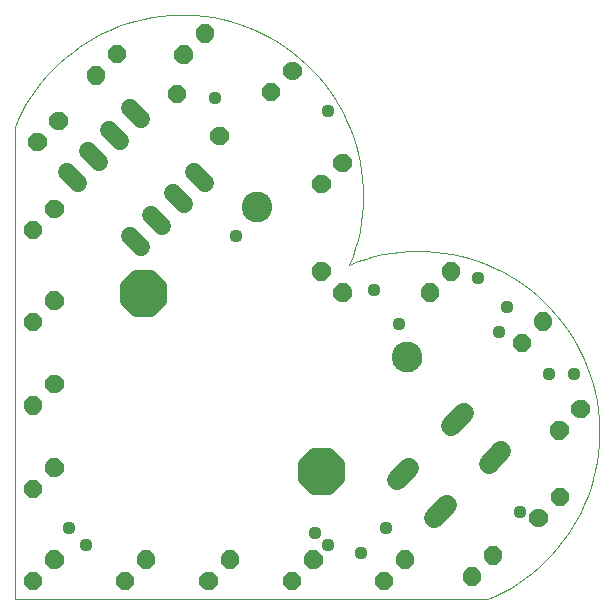
<source format=gts>
G75*
G70*
%OFA0B0*%
%FSLAX24Y24*%
%IPPOS*%
%LPD*%
%AMOC8*
5,1,8,0,0,1.08239X$1,22.5*
%
%ADD10C,0.0000*%
%ADD11C,0.1025*%
%ADD12C,0.0120*%
%ADD13C,0.0600*%
%ADD14C,0.0680*%
%ADD15C,0.0316*%
%ADD16C,0.0437*%
D10*
X009756Y010038D02*
X009756Y025786D01*
X009873Y026053D01*
X010003Y026314D01*
X010146Y026569D01*
X010300Y026816D01*
X010467Y027055D01*
X010645Y027287D01*
X010833Y027509D01*
X011033Y027722D01*
X011242Y027925D01*
X011461Y028117D01*
X011689Y028299D01*
X011925Y028470D01*
X012170Y028629D01*
X012422Y028776D01*
X012680Y028911D01*
X012945Y029033D01*
X013216Y029142D01*
X013491Y029238D01*
X013771Y029320D01*
X014054Y029389D01*
X014340Y029444D01*
X014629Y029485D01*
X014919Y029513D01*
X015211Y029526D01*
X015502Y029525D01*
X015794Y029510D01*
X016084Y029481D01*
X016372Y029438D01*
X016658Y029381D01*
X016941Y029310D01*
X017220Y029226D01*
X017495Y029128D01*
X017765Y029017D01*
X018029Y028893D01*
X018286Y028757D01*
X018537Y028608D01*
X018781Y028448D01*
X019016Y028276D01*
X019243Y028092D01*
X019461Y027898D01*
X019669Y027694D01*
X019866Y027480D01*
X020054Y027256D01*
X020230Y027024D01*
X020395Y026783D01*
X020548Y026535D01*
X020689Y026280D01*
X020817Y026018D01*
X020933Y025750D01*
X021035Y025477D01*
X021125Y025200D01*
X021200Y024918D01*
X021262Y024633D01*
X021310Y024345D01*
X021345Y024056D01*
X021365Y023765D01*
X021371Y023473D01*
X021363Y023182D01*
X021341Y022891D01*
X021305Y022602D01*
X021255Y022314D01*
X021191Y022030D01*
X021113Y021749D01*
X021022Y021472D01*
X020918Y021199D01*
X022368Y018112D02*
X022370Y018155D01*
X022376Y018197D01*
X022386Y018239D01*
X022399Y018280D01*
X022416Y018320D01*
X022437Y018357D01*
X022461Y018393D01*
X022488Y018426D01*
X022518Y018457D01*
X022551Y018485D01*
X022586Y018510D01*
X022623Y018531D01*
X022662Y018549D01*
X022702Y018563D01*
X022744Y018574D01*
X022786Y018581D01*
X022829Y018584D01*
X022872Y018583D01*
X022915Y018578D01*
X022957Y018569D01*
X022998Y018557D01*
X023038Y018541D01*
X023076Y018521D01*
X023112Y018498D01*
X023146Y018471D01*
X023178Y018442D01*
X023206Y018410D01*
X023232Y018375D01*
X023254Y018339D01*
X023273Y018300D01*
X023288Y018260D01*
X023300Y018219D01*
X023308Y018176D01*
X023312Y018133D01*
X023312Y018091D01*
X023308Y018048D01*
X023300Y018005D01*
X023288Y017964D01*
X023273Y017924D01*
X023254Y017885D01*
X023232Y017849D01*
X023206Y017814D01*
X023178Y017782D01*
X023146Y017753D01*
X023112Y017726D01*
X023076Y017703D01*
X023038Y017683D01*
X022998Y017667D01*
X022957Y017655D01*
X022915Y017646D01*
X022872Y017641D01*
X022829Y017640D01*
X022786Y017643D01*
X022744Y017650D01*
X022702Y017661D01*
X022662Y017675D01*
X022623Y017693D01*
X022586Y017714D01*
X022551Y017739D01*
X022518Y017767D01*
X022488Y017798D01*
X022461Y017831D01*
X022437Y017867D01*
X022416Y017904D01*
X022399Y017944D01*
X022386Y017985D01*
X022376Y018027D01*
X022370Y018069D01*
X022368Y018112D01*
X020918Y021200D02*
X021190Y021304D01*
X021467Y021395D01*
X021748Y021473D01*
X022033Y021537D01*
X022320Y021587D01*
X022609Y021623D01*
X022900Y021645D01*
X023191Y021653D01*
X023483Y021647D01*
X023774Y021627D01*
X024063Y021592D01*
X024351Y021544D01*
X024636Y021482D01*
X024918Y021407D01*
X025195Y021317D01*
X025468Y021215D01*
X025736Y021099D01*
X025998Y020971D01*
X026253Y020830D01*
X026501Y020677D01*
X026742Y020512D01*
X026974Y020336D01*
X027198Y020148D01*
X027412Y019951D01*
X027616Y019743D01*
X027810Y019525D01*
X027994Y019298D01*
X028166Y019063D01*
X028326Y018819D01*
X028475Y018568D01*
X028611Y018311D01*
X028735Y018047D01*
X028846Y017777D01*
X028944Y017502D01*
X029028Y017223D01*
X029099Y016940D01*
X029156Y016654D01*
X029199Y016366D01*
X029228Y016076D01*
X029243Y015784D01*
X029244Y015493D01*
X029231Y015201D01*
X029203Y014911D01*
X029162Y014622D01*
X029107Y014336D01*
X029038Y014053D01*
X028956Y013773D01*
X028860Y013498D01*
X028751Y013227D01*
X028629Y012962D01*
X028494Y012704D01*
X028347Y012452D01*
X028188Y012207D01*
X028017Y011971D01*
X027835Y011743D01*
X027643Y011524D01*
X027440Y011315D01*
X027227Y011115D01*
X027005Y010927D01*
X026773Y010749D01*
X026534Y010582D01*
X026287Y010428D01*
X026032Y010285D01*
X025771Y010155D01*
X025504Y010038D01*
X009756Y010038D01*
X017357Y023123D02*
X017359Y023166D01*
X017365Y023208D01*
X017375Y023250D01*
X017388Y023291D01*
X017405Y023331D01*
X017426Y023368D01*
X017450Y023404D01*
X017477Y023437D01*
X017507Y023468D01*
X017540Y023496D01*
X017575Y023521D01*
X017612Y023542D01*
X017651Y023560D01*
X017691Y023574D01*
X017733Y023585D01*
X017775Y023592D01*
X017818Y023595D01*
X017861Y023594D01*
X017904Y023589D01*
X017946Y023580D01*
X017987Y023568D01*
X018027Y023552D01*
X018065Y023532D01*
X018101Y023509D01*
X018135Y023482D01*
X018167Y023453D01*
X018195Y023421D01*
X018221Y023386D01*
X018243Y023350D01*
X018262Y023311D01*
X018277Y023271D01*
X018289Y023230D01*
X018297Y023187D01*
X018301Y023144D01*
X018301Y023102D01*
X018297Y023059D01*
X018289Y023016D01*
X018277Y022975D01*
X018262Y022935D01*
X018243Y022896D01*
X018221Y022860D01*
X018195Y022825D01*
X018167Y022793D01*
X018135Y022764D01*
X018101Y022737D01*
X018065Y022714D01*
X018027Y022694D01*
X017987Y022678D01*
X017946Y022666D01*
X017904Y022657D01*
X017861Y022652D01*
X017818Y022651D01*
X017775Y022654D01*
X017733Y022661D01*
X017691Y022672D01*
X017651Y022686D01*
X017612Y022704D01*
X017575Y022725D01*
X017540Y022750D01*
X017507Y022778D01*
X017477Y022809D01*
X017450Y022842D01*
X017426Y022878D01*
X017405Y022915D01*
X017388Y022955D01*
X017375Y022996D01*
X017365Y023038D01*
X017359Y023080D01*
X017357Y023123D01*
D11*
X017829Y023123D03*
X022840Y018112D03*
D12*
X023421Y020225D02*
X023361Y020165D01*
X023361Y020363D01*
X023501Y020503D01*
X023699Y020503D01*
X023839Y020363D01*
X023839Y020165D01*
X023699Y020025D01*
X023501Y020025D01*
X023361Y020165D01*
X023451Y020202D01*
X023451Y020326D01*
X023538Y020413D01*
X023662Y020413D01*
X023749Y020326D01*
X023749Y020202D01*
X023662Y020115D01*
X023538Y020115D01*
X023451Y020202D01*
X023541Y020239D01*
X023541Y020289D01*
X023575Y020323D01*
X023625Y020323D01*
X023659Y020289D01*
X023659Y020239D01*
X023625Y020205D01*
X023575Y020205D01*
X023541Y020239D01*
X024129Y020932D02*
X024069Y020872D01*
X024069Y021070D01*
X024209Y021210D01*
X024407Y021210D01*
X024547Y021070D01*
X024547Y020872D01*
X024407Y020732D01*
X024209Y020732D01*
X024069Y020872D01*
X024159Y020909D01*
X024159Y021033D01*
X024246Y021120D01*
X024370Y021120D01*
X024457Y021033D01*
X024457Y020909D01*
X024370Y020822D01*
X024246Y020822D01*
X024159Y020909D01*
X024249Y020946D01*
X024249Y020996D01*
X024283Y021030D01*
X024333Y021030D01*
X024367Y020996D01*
X024367Y020946D01*
X024333Y020912D01*
X024283Y020912D01*
X024249Y020946D01*
X026484Y018554D02*
X026424Y018494D01*
X026424Y018692D01*
X026564Y018832D01*
X026762Y018832D01*
X026902Y018692D01*
X026902Y018494D01*
X026762Y018354D01*
X026564Y018354D01*
X026424Y018494D01*
X026514Y018531D01*
X026514Y018655D01*
X026601Y018742D01*
X026725Y018742D01*
X026812Y018655D01*
X026812Y018531D01*
X026725Y018444D01*
X026601Y018444D01*
X026514Y018531D01*
X026604Y018568D01*
X026604Y018618D01*
X026638Y018652D01*
X026688Y018652D01*
X026722Y018618D01*
X026722Y018568D01*
X026688Y018534D01*
X026638Y018534D01*
X026604Y018568D01*
X027191Y019261D02*
X027131Y019201D01*
X027131Y019399D01*
X027271Y019539D01*
X027469Y019539D01*
X027609Y019399D01*
X027609Y019201D01*
X027469Y019061D01*
X027271Y019061D01*
X027131Y019201D01*
X027221Y019238D01*
X027221Y019362D01*
X027308Y019449D01*
X027432Y019449D01*
X027519Y019362D01*
X027519Y019238D01*
X027432Y019151D01*
X027308Y019151D01*
X027221Y019238D01*
X027311Y019275D01*
X027311Y019325D01*
X027345Y019359D01*
X027395Y019359D01*
X027429Y019325D01*
X027429Y019275D01*
X027395Y019241D01*
X027345Y019241D01*
X027311Y019275D01*
X028444Y016338D02*
X028384Y016278D01*
X028384Y016476D01*
X028524Y016616D01*
X028722Y016616D01*
X028862Y016476D01*
X028862Y016278D01*
X028722Y016138D01*
X028524Y016138D01*
X028384Y016278D01*
X028474Y016315D01*
X028474Y016439D01*
X028561Y016526D01*
X028685Y016526D01*
X028772Y016439D01*
X028772Y016315D01*
X028685Y016228D01*
X028561Y016228D01*
X028474Y016315D01*
X028564Y016352D01*
X028564Y016402D01*
X028598Y016436D01*
X028648Y016436D01*
X028682Y016402D01*
X028682Y016352D01*
X028648Y016318D01*
X028598Y016318D01*
X028564Y016352D01*
X027736Y015631D02*
X027676Y015571D01*
X027676Y015769D01*
X027816Y015909D01*
X028014Y015909D01*
X028154Y015769D01*
X028154Y015571D01*
X028014Y015431D01*
X027816Y015431D01*
X027676Y015571D01*
X027766Y015608D01*
X027766Y015732D01*
X027853Y015819D01*
X027977Y015819D01*
X028064Y015732D01*
X028064Y015608D01*
X027977Y015521D01*
X027853Y015521D01*
X027766Y015608D01*
X027856Y015645D01*
X027856Y015695D01*
X027890Y015729D01*
X027940Y015729D01*
X027974Y015695D01*
X027974Y015645D01*
X027940Y015611D01*
X027890Y015611D01*
X027856Y015645D01*
X027748Y013415D02*
X027688Y013355D01*
X027688Y013553D01*
X027828Y013693D01*
X028026Y013693D01*
X028166Y013553D01*
X028166Y013355D01*
X028026Y013215D01*
X027828Y013215D01*
X027688Y013355D01*
X027778Y013392D01*
X027778Y013516D01*
X027865Y013603D01*
X027989Y013603D01*
X028076Y013516D01*
X028076Y013392D01*
X027989Y013305D01*
X027865Y013305D01*
X027778Y013392D01*
X027868Y013429D01*
X027868Y013479D01*
X027902Y013513D01*
X027952Y013513D01*
X027986Y013479D01*
X027986Y013429D01*
X027952Y013395D01*
X027902Y013395D01*
X027868Y013429D01*
X027040Y012708D02*
X026980Y012648D01*
X026980Y012846D01*
X027120Y012986D01*
X027318Y012986D01*
X027458Y012846D01*
X027458Y012648D01*
X027318Y012508D01*
X027120Y012508D01*
X026980Y012648D01*
X027070Y012685D01*
X027070Y012809D01*
X027157Y012896D01*
X027281Y012896D01*
X027368Y012809D01*
X027368Y012685D01*
X027281Y012598D01*
X027157Y012598D01*
X027070Y012685D01*
X027160Y012722D01*
X027160Y012772D01*
X027194Y012806D01*
X027244Y012806D01*
X027278Y012772D01*
X027278Y012722D01*
X027244Y012688D01*
X027194Y012688D01*
X027160Y012722D01*
X025520Y011467D02*
X025460Y011407D01*
X025460Y011605D01*
X025600Y011745D01*
X025798Y011745D01*
X025938Y011605D01*
X025938Y011407D01*
X025798Y011267D01*
X025600Y011267D01*
X025460Y011407D01*
X025550Y011444D01*
X025550Y011568D01*
X025637Y011655D01*
X025761Y011655D01*
X025848Y011568D01*
X025848Y011444D01*
X025761Y011357D01*
X025637Y011357D01*
X025550Y011444D01*
X025640Y011481D01*
X025640Y011531D01*
X025674Y011565D01*
X025724Y011565D01*
X025758Y011531D01*
X025758Y011481D01*
X025724Y011447D01*
X025674Y011447D01*
X025640Y011481D01*
X024813Y010759D02*
X024753Y010699D01*
X024753Y010897D01*
X024893Y011037D01*
X025091Y011037D01*
X025231Y010897D01*
X025231Y010699D01*
X025091Y010559D01*
X024893Y010559D01*
X024753Y010699D01*
X024843Y010736D01*
X024843Y010860D01*
X024930Y010947D01*
X025054Y010947D01*
X025141Y010860D01*
X025141Y010736D01*
X025054Y010649D01*
X024930Y010649D01*
X024843Y010736D01*
X024933Y010773D01*
X024933Y010823D01*
X024967Y010857D01*
X025017Y010857D01*
X025051Y010823D01*
X025051Y010773D01*
X025017Y010739D01*
X024967Y010739D01*
X024933Y010773D01*
X022597Y011327D02*
X022537Y011267D01*
X022537Y011465D01*
X022677Y011605D01*
X022875Y011605D01*
X023015Y011465D01*
X023015Y011267D01*
X022875Y011127D01*
X022677Y011127D01*
X022537Y011267D01*
X022627Y011304D01*
X022627Y011428D01*
X022714Y011515D01*
X022838Y011515D01*
X022925Y011428D01*
X022925Y011304D01*
X022838Y011217D01*
X022714Y011217D01*
X022627Y011304D01*
X022717Y011341D01*
X022717Y011391D01*
X022751Y011425D01*
X022801Y011425D01*
X022835Y011391D01*
X022835Y011341D01*
X022801Y011307D01*
X022751Y011307D01*
X022717Y011341D01*
X021890Y010620D02*
X021830Y010560D01*
X021830Y010758D01*
X021970Y010898D01*
X022168Y010898D01*
X022308Y010758D01*
X022308Y010560D01*
X022168Y010420D01*
X021970Y010420D01*
X021830Y010560D01*
X021920Y010597D01*
X021920Y010721D01*
X022007Y010808D01*
X022131Y010808D01*
X022218Y010721D01*
X022218Y010597D01*
X022131Y010510D01*
X022007Y010510D01*
X021920Y010597D01*
X022010Y010634D01*
X022010Y010684D01*
X022044Y010718D01*
X022094Y010718D01*
X022128Y010684D01*
X022128Y010634D01*
X022094Y010600D01*
X022044Y010600D01*
X022010Y010634D01*
X019535Y011327D02*
X019475Y011267D01*
X019475Y011465D01*
X019615Y011605D01*
X019813Y011605D01*
X019953Y011465D01*
X019953Y011267D01*
X019813Y011127D01*
X019615Y011127D01*
X019475Y011267D01*
X019565Y011304D01*
X019565Y011428D01*
X019652Y011515D01*
X019776Y011515D01*
X019863Y011428D01*
X019863Y011304D01*
X019776Y011217D01*
X019652Y011217D01*
X019565Y011304D01*
X019655Y011341D01*
X019655Y011391D01*
X019689Y011425D01*
X019739Y011425D01*
X019773Y011391D01*
X019773Y011341D01*
X019739Y011307D01*
X019689Y011307D01*
X019655Y011341D01*
X018828Y010620D02*
X018768Y010560D01*
X018768Y010758D01*
X018908Y010898D01*
X019106Y010898D01*
X019246Y010758D01*
X019246Y010560D01*
X019106Y010420D01*
X018908Y010420D01*
X018768Y010560D01*
X018858Y010597D01*
X018858Y010721D01*
X018945Y010808D01*
X019069Y010808D01*
X019156Y010721D01*
X019156Y010597D01*
X019069Y010510D01*
X018945Y010510D01*
X018858Y010597D01*
X018948Y010634D01*
X018948Y010684D01*
X018982Y010718D01*
X019032Y010718D01*
X019066Y010684D01*
X019066Y010634D01*
X019032Y010600D01*
X018982Y010600D01*
X018948Y010634D01*
X016751Y011327D02*
X016691Y011267D01*
X016691Y011465D01*
X016831Y011605D01*
X017029Y011605D01*
X017169Y011465D01*
X017169Y011267D01*
X017029Y011127D01*
X016831Y011127D01*
X016691Y011267D01*
X016781Y011304D01*
X016781Y011428D01*
X016868Y011515D01*
X016992Y011515D01*
X017079Y011428D01*
X017079Y011304D01*
X016992Y011217D01*
X016868Y011217D01*
X016781Y011304D01*
X016871Y011341D01*
X016871Y011391D01*
X016905Y011425D01*
X016955Y011425D01*
X016989Y011391D01*
X016989Y011341D01*
X016955Y011307D01*
X016905Y011307D01*
X016871Y011341D01*
X016044Y010620D02*
X015984Y010560D01*
X015984Y010758D01*
X016124Y010898D01*
X016322Y010898D01*
X016462Y010758D01*
X016462Y010560D01*
X016322Y010420D01*
X016124Y010420D01*
X015984Y010560D01*
X016074Y010597D01*
X016074Y010721D01*
X016161Y010808D01*
X016285Y010808D01*
X016372Y010721D01*
X016372Y010597D01*
X016285Y010510D01*
X016161Y010510D01*
X016074Y010597D01*
X016164Y010634D01*
X016164Y010684D01*
X016198Y010718D01*
X016248Y010718D01*
X016282Y010684D01*
X016282Y010634D01*
X016248Y010600D01*
X016198Y010600D01*
X016164Y010634D01*
X013967Y011327D02*
X013907Y011267D01*
X013907Y011465D01*
X014047Y011605D01*
X014245Y011605D01*
X014385Y011465D01*
X014385Y011267D01*
X014245Y011127D01*
X014047Y011127D01*
X013907Y011267D01*
X013997Y011304D01*
X013997Y011428D01*
X014084Y011515D01*
X014208Y011515D01*
X014295Y011428D01*
X014295Y011304D01*
X014208Y011217D01*
X014084Y011217D01*
X013997Y011304D01*
X014087Y011341D01*
X014087Y011391D01*
X014121Y011425D01*
X014171Y011425D01*
X014205Y011391D01*
X014205Y011341D01*
X014171Y011307D01*
X014121Y011307D01*
X014087Y011341D01*
X013260Y010620D02*
X013200Y010560D01*
X013200Y010758D01*
X013340Y010898D01*
X013538Y010898D01*
X013678Y010758D01*
X013678Y010560D01*
X013538Y010420D01*
X013340Y010420D01*
X013200Y010560D01*
X013290Y010597D01*
X013290Y010721D01*
X013377Y010808D01*
X013501Y010808D01*
X013588Y010721D01*
X013588Y010597D01*
X013501Y010510D01*
X013377Y010510D01*
X013290Y010597D01*
X013380Y010634D01*
X013380Y010684D01*
X013414Y010718D01*
X013464Y010718D01*
X013498Y010684D01*
X013498Y010634D01*
X013464Y010600D01*
X013414Y010600D01*
X013380Y010634D01*
X010905Y011327D02*
X010845Y011267D01*
X010845Y011465D01*
X010985Y011605D01*
X011183Y011605D01*
X011323Y011465D01*
X011323Y011267D01*
X011183Y011127D01*
X010985Y011127D01*
X010845Y011267D01*
X010935Y011304D01*
X010935Y011428D01*
X011022Y011515D01*
X011146Y011515D01*
X011233Y011428D01*
X011233Y011304D01*
X011146Y011217D01*
X011022Y011217D01*
X010935Y011304D01*
X011025Y011341D01*
X011025Y011391D01*
X011059Y011425D01*
X011109Y011425D01*
X011143Y011391D01*
X011143Y011341D01*
X011109Y011307D01*
X011059Y011307D01*
X011025Y011341D01*
X010198Y010620D02*
X010138Y010560D01*
X010138Y010758D01*
X010278Y010898D01*
X010476Y010898D01*
X010616Y010758D01*
X010616Y010560D01*
X010476Y010420D01*
X010278Y010420D01*
X010138Y010560D01*
X010228Y010597D01*
X010228Y010721D01*
X010315Y010808D01*
X010439Y010808D01*
X010526Y010721D01*
X010526Y010597D01*
X010439Y010510D01*
X010315Y010510D01*
X010228Y010597D01*
X010318Y010634D01*
X010318Y010684D01*
X010352Y010718D01*
X010402Y010718D01*
X010436Y010684D01*
X010436Y010634D01*
X010402Y010600D01*
X010352Y010600D01*
X010318Y010634D01*
X010198Y013682D02*
X010138Y013622D01*
X010138Y013820D01*
X010278Y013960D01*
X010476Y013960D01*
X010616Y013820D01*
X010616Y013622D01*
X010476Y013482D01*
X010278Y013482D01*
X010138Y013622D01*
X010228Y013659D01*
X010228Y013783D01*
X010315Y013870D01*
X010439Y013870D01*
X010526Y013783D01*
X010526Y013659D01*
X010439Y013572D01*
X010315Y013572D01*
X010228Y013659D01*
X010318Y013696D01*
X010318Y013746D01*
X010352Y013780D01*
X010402Y013780D01*
X010436Y013746D01*
X010436Y013696D01*
X010402Y013662D01*
X010352Y013662D01*
X010318Y013696D01*
X010905Y014390D02*
X010845Y014330D01*
X010845Y014528D01*
X010985Y014668D01*
X011183Y014668D01*
X011323Y014528D01*
X011323Y014330D01*
X011183Y014190D01*
X010985Y014190D01*
X010845Y014330D01*
X010935Y014367D01*
X010935Y014491D01*
X011022Y014578D01*
X011146Y014578D01*
X011233Y014491D01*
X011233Y014367D01*
X011146Y014280D01*
X011022Y014280D01*
X010935Y014367D01*
X011025Y014404D01*
X011025Y014454D01*
X011059Y014488D01*
X011109Y014488D01*
X011143Y014454D01*
X011143Y014404D01*
X011109Y014370D01*
X011059Y014370D01*
X011025Y014404D01*
X010198Y016466D02*
X010138Y016406D01*
X010138Y016604D01*
X010278Y016744D01*
X010476Y016744D01*
X010616Y016604D01*
X010616Y016406D01*
X010476Y016266D01*
X010278Y016266D01*
X010138Y016406D01*
X010228Y016443D01*
X010228Y016567D01*
X010315Y016654D01*
X010439Y016654D01*
X010526Y016567D01*
X010526Y016443D01*
X010439Y016356D01*
X010315Y016356D01*
X010228Y016443D01*
X010318Y016480D01*
X010318Y016530D01*
X010352Y016564D01*
X010402Y016564D01*
X010436Y016530D01*
X010436Y016480D01*
X010402Y016446D01*
X010352Y016446D01*
X010318Y016480D01*
X010905Y017173D02*
X010845Y017113D01*
X010845Y017311D01*
X010985Y017451D01*
X011183Y017451D01*
X011323Y017311D01*
X011323Y017113D01*
X011183Y016973D01*
X010985Y016973D01*
X010845Y017113D01*
X010935Y017150D01*
X010935Y017274D01*
X011022Y017361D01*
X011146Y017361D01*
X011233Y017274D01*
X011233Y017150D01*
X011146Y017063D01*
X011022Y017063D01*
X010935Y017150D01*
X011025Y017187D01*
X011025Y017237D01*
X011059Y017271D01*
X011109Y017271D01*
X011143Y017237D01*
X011143Y017187D01*
X011109Y017153D01*
X011059Y017153D01*
X011025Y017187D01*
X010198Y019250D02*
X010138Y019190D01*
X010138Y019388D01*
X010278Y019528D01*
X010476Y019528D01*
X010616Y019388D01*
X010616Y019190D01*
X010476Y019050D01*
X010278Y019050D01*
X010138Y019190D01*
X010228Y019227D01*
X010228Y019351D01*
X010315Y019438D01*
X010439Y019438D01*
X010526Y019351D01*
X010526Y019227D01*
X010439Y019140D01*
X010315Y019140D01*
X010228Y019227D01*
X010318Y019264D01*
X010318Y019314D01*
X010352Y019348D01*
X010402Y019348D01*
X010436Y019314D01*
X010436Y019264D01*
X010402Y019230D01*
X010352Y019230D01*
X010318Y019264D01*
X010905Y019957D02*
X010845Y019897D01*
X010845Y020095D01*
X010985Y020235D01*
X011183Y020235D01*
X011323Y020095D01*
X011323Y019897D01*
X011183Y019757D01*
X010985Y019757D01*
X010845Y019897D01*
X010935Y019934D01*
X010935Y020058D01*
X011022Y020145D01*
X011146Y020145D01*
X011233Y020058D01*
X011233Y019934D01*
X011146Y019847D01*
X011022Y019847D01*
X010935Y019934D01*
X011025Y019971D01*
X011025Y020021D01*
X011059Y020055D01*
X011109Y020055D01*
X011143Y020021D01*
X011143Y019971D01*
X011109Y019937D01*
X011059Y019937D01*
X011025Y019971D01*
X010198Y022312D02*
X010138Y022252D01*
X010138Y022450D01*
X010278Y022590D01*
X010476Y022590D01*
X010616Y022450D01*
X010616Y022252D01*
X010476Y022112D01*
X010278Y022112D01*
X010138Y022252D01*
X010228Y022289D01*
X010228Y022413D01*
X010315Y022500D01*
X010439Y022500D01*
X010526Y022413D01*
X010526Y022289D01*
X010439Y022202D01*
X010315Y022202D01*
X010228Y022289D01*
X010318Y022326D01*
X010318Y022376D01*
X010352Y022410D01*
X010402Y022410D01*
X010436Y022376D01*
X010436Y022326D01*
X010402Y022292D01*
X010352Y022292D01*
X010318Y022326D01*
X010905Y023020D02*
X010845Y022960D01*
X010845Y023158D01*
X010985Y023298D01*
X011183Y023298D01*
X011323Y023158D01*
X011323Y022960D01*
X011183Y022820D01*
X010985Y022820D01*
X010845Y022960D01*
X010935Y022997D01*
X010935Y023121D01*
X011022Y023208D01*
X011146Y023208D01*
X011233Y023121D01*
X011233Y022997D01*
X011146Y022910D01*
X011022Y022910D01*
X010935Y022997D01*
X011025Y023034D01*
X011025Y023084D01*
X011059Y023118D01*
X011109Y023118D01*
X011143Y023084D01*
X011143Y023034D01*
X011109Y023000D01*
X011059Y023000D01*
X011025Y023034D01*
X010337Y025236D02*
X010277Y025176D01*
X010277Y025374D01*
X010417Y025514D01*
X010615Y025514D01*
X010755Y025374D01*
X010755Y025176D01*
X010615Y025036D01*
X010417Y025036D01*
X010277Y025176D01*
X010367Y025213D01*
X010367Y025337D01*
X010454Y025424D01*
X010578Y025424D01*
X010665Y025337D01*
X010665Y025213D01*
X010578Y025126D01*
X010454Y025126D01*
X010367Y025213D01*
X010457Y025250D01*
X010457Y025300D01*
X010491Y025334D01*
X010541Y025334D01*
X010575Y025300D01*
X010575Y025250D01*
X010541Y025216D01*
X010491Y025216D01*
X010457Y025250D01*
X011044Y025943D02*
X010984Y025883D01*
X010984Y026081D01*
X011124Y026221D01*
X011322Y026221D01*
X011462Y026081D01*
X011462Y025883D01*
X011322Y025743D01*
X011124Y025743D01*
X010984Y025883D01*
X011074Y025920D01*
X011074Y026044D01*
X011161Y026131D01*
X011285Y026131D01*
X011372Y026044D01*
X011372Y025920D01*
X011285Y025833D01*
X011161Y025833D01*
X011074Y025920D01*
X011164Y025957D01*
X011164Y026007D01*
X011198Y026041D01*
X011248Y026041D01*
X011282Y026007D01*
X011282Y025957D01*
X011248Y025923D01*
X011198Y025923D01*
X011164Y025957D01*
X012286Y027463D02*
X012226Y027403D01*
X012226Y027601D01*
X012366Y027741D01*
X012564Y027741D01*
X012704Y027601D01*
X012704Y027403D01*
X012564Y027263D01*
X012366Y027263D01*
X012226Y027403D01*
X012316Y027440D01*
X012316Y027564D01*
X012403Y027651D01*
X012527Y027651D01*
X012614Y027564D01*
X012614Y027440D01*
X012527Y027353D01*
X012403Y027353D01*
X012316Y027440D01*
X012406Y027477D01*
X012406Y027527D01*
X012440Y027561D01*
X012490Y027561D01*
X012524Y027527D01*
X012524Y027477D01*
X012490Y027443D01*
X012440Y027443D01*
X012406Y027477D01*
X012993Y028170D02*
X012933Y028110D01*
X012933Y028308D01*
X013073Y028448D01*
X013271Y028448D01*
X013411Y028308D01*
X013411Y028110D01*
X013271Y027970D01*
X013073Y027970D01*
X012933Y028110D01*
X013023Y028147D01*
X013023Y028271D01*
X013110Y028358D01*
X013234Y028358D01*
X013321Y028271D01*
X013321Y028147D01*
X013234Y028060D01*
X013110Y028060D01*
X013023Y028147D01*
X013113Y028184D01*
X013113Y028234D01*
X013147Y028268D01*
X013197Y028268D01*
X013231Y028234D01*
X013231Y028184D01*
X013197Y028150D01*
X013147Y028150D01*
X013113Y028184D01*
X015135Y027071D02*
X015075Y027131D01*
X015273Y027131D01*
X015413Y026991D01*
X015413Y026793D01*
X015273Y026653D01*
X015075Y026653D01*
X014935Y026793D01*
X014935Y026991D01*
X015075Y027131D01*
X015112Y027041D01*
X015236Y027041D01*
X015323Y026954D01*
X015323Y026830D01*
X015236Y026743D01*
X015112Y026743D01*
X015025Y026830D01*
X015025Y026954D01*
X015112Y027041D01*
X015149Y026951D01*
X015199Y026951D01*
X015233Y026917D01*
X015233Y026867D01*
X015199Y026833D01*
X015149Y026833D01*
X015115Y026867D01*
X015115Y026917D01*
X015149Y026951D01*
X015209Y028159D02*
X015149Y028099D01*
X015149Y028297D01*
X015289Y028437D01*
X015487Y028437D01*
X015627Y028297D01*
X015627Y028099D01*
X015487Y027959D01*
X015289Y027959D01*
X015149Y028099D01*
X015239Y028136D01*
X015239Y028260D01*
X015326Y028347D01*
X015450Y028347D01*
X015537Y028260D01*
X015537Y028136D01*
X015450Y028049D01*
X015326Y028049D01*
X015239Y028136D01*
X015329Y028173D01*
X015329Y028223D01*
X015363Y028257D01*
X015413Y028257D01*
X015447Y028223D01*
X015447Y028173D01*
X015413Y028139D01*
X015363Y028139D01*
X015329Y028173D01*
X015916Y028866D02*
X015856Y028806D01*
X015856Y029004D01*
X015996Y029144D01*
X016194Y029144D01*
X016334Y029004D01*
X016334Y028806D01*
X016194Y028666D01*
X015996Y028666D01*
X015856Y028806D01*
X015946Y028843D01*
X015946Y028967D01*
X016033Y029054D01*
X016157Y029054D01*
X016244Y028967D01*
X016244Y028843D01*
X016157Y028756D01*
X016033Y028756D01*
X015946Y028843D01*
X016036Y028880D01*
X016036Y028930D01*
X016070Y028964D01*
X016120Y028964D01*
X016154Y028930D01*
X016154Y028880D01*
X016120Y028846D01*
X016070Y028846D01*
X016036Y028880D01*
X018132Y026906D02*
X018072Y026846D01*
X018072Y027044D01*
X018212Y027184D01*
X018410Y027184D01*
X018550Y027044D01*
X018550Y026846D01*
X018410Y026706D01*
X018212Y026706D01*
X018072Y026846D01*
X018162Y026883D01*
X018162Y027007D01*
X018249Y027094D01*
X018373Y027094D01*
X018460Y027007D01*
X018460Y026883D01*
X018373Y026796D01*
X018249Y026796D01*
X018162Y026883D01*
X018252Y026920D01*
X018252Y026970D01*
X018286Y027004D01*
X018336Y027004D01*
X018370Y026970D01*
X018370Y026920D01*
X018336Y026886D01*
X018286Y026886D01*
X018252Y026920D01*
X018839Y027613D02*
X018779Y027553D01*
X018779Y027751D01*
X018919Y027891D01*
X019117Y027891D01*
X019257Y027751D01*
X019257Y027553D01*
X019117Y027413D01*
X018919Y027413D01*
X018779Y027553D01*
X018869Y027590D01*
X018869Y027714D01*
X018956Y027801D01*
X019080Y027801D01*
X019167Y027714D01*
X019167Y027590D01*
X019080Y027503D01*
X018956Y027503D01*
X018869Y027590D01*
X018959Y027627D01*
X018959Y027677D01*
X018993Y027711D01*
X019043Y027711D01*
X019077Y027677D01*
X019077Y027627D01*
X019043Y027593D01*
X018993Y027593D01*
X018959Y027627D01*
X016549Y025657D02*
X016489Y025717D01*
X016687Y025717D01*
X016827Y025577D01*
X016827Y025379D01*
X016687Y025239D01*
X016489Y025239D01*
X016349Y025379D01*
X016349Y025577D01*
X016489Y025717D01*
X016526Y025627D01*
X016650Y025627D01*
X016737Y025540D01*
X016737Y025416D01*
X016650Y025329D01*
X016526Y025329D01*
X016439Y025416D01*
X016439Y025540D01*
X016526Y025627D01*
X016563Y025537D01*
X016613Y025537D01*
X016647Y025503D01*
X016647Y025453D01*
X016613Y025419D01*
X016563Y025419D01*
X016529Y025453D01*
X016529Y025503D01*
X016563Y025537D01*
X019802Y023844D02*
X019742Y023784D01*
X019742Y023982D01*
X019882Y024122D01*
X020080Y024122D01*
X020220Y023982D01*
X020220Y023784D01*
X020080Y023644D01*
X019882Y023644D01*
X019742Y023784D01*
X019832Y023821D01*
X019832Y023945D01*
X019919Y024032D01*
X020043Y024032D01*
X020130Y023945D01*
X020130Y023821D01*
X020043Y023734D01*
X019919Y023734D01*
X019832Y023821D01*
X019922Y023858D01*
X019922Y023908D01*
X019956Y023942D01*
X020006Y023942D01*
X020040Y023908D01*
X020040Y023858D01*
X020006Y023824D01*
X019956Y023824D01*
X019922Y023858D01*
X020510Y024551D02*
X020450Y024491D01*
X020450Y024689D01*
X020590Y024829D01*
X020788Y024829D01*
X020928Y024689D01*
X020928Y024491D01*
X020788Y024351D01*
X020590Y024351D01*
X020450Y024491D01*
X020540Y024528D01*
X020540Y024652D01*
X020627Y024739D01*
X020751Y024739D01*
X020838Y024652D01*
X020838Y024528D01*
X020751Y024441D01*
X020627Y024441D01*
X020540Y024528D01*
X020630Y024565D01*
X020630Y024615D01*
X020664Y024649D01*
X020714Y024649D01*
X020748Y024615D01*
X020748Y024565D01*
X020714Y024531D01*
X020664Y024531D01*
X020630Y024565D01*
X020020Y020792D02*
X020080Y020732D01*
X019882Y020732D01*
X019742Y020872D01*
X019742Y021070D01*
X019882Y021210D01*
X020080Y021210D01*
X020220Y021070D01*
X020220Y020872D01*
X020080Y020732D01*
X020043Y020822D01*
X019919Y020822D01*
X019832Y020909D01*
X019832Y021033D01*
X019919Y021120D01*
X020043Y021120D01*
X020130Y021033D01*
X020130Y020909D01*
X020043Y020822D01*
X020006Y020912D01*
X019956Y020912D01*
X019922Y020946D01*
X019922Y020996D01*
X019956Y021030D01*
X020006Y021030D01*
X020040Y020996D01*
X020040Y020946D01*
X020006Y020912D01*
X020728Y020085D02*
X020788Y020025D01*
X020590Y020025D01*
X020450Y020165D01*
X020450Y020363D01*
X020590Y020503D01*
X020788Y020503D01*
X020928Y020363D01*
X020928Y020165D01*
X020788Y020025D01*
X020751Y020115D01*
X020627Y020115D01*
X020540Y020202D01*
X020540Y020326D01*
X020627Y020413D01*
X020751Y020413D01*
X020838Y020326D01*
X020838Y020202D01*
X020751Y020115D01*
X020714Y020205D01*
X020664Y020205D01*
X020630Y020239D01*
X020630Y020289D01*
X020664Y020323D01*
X020714Y020323D01*
X020748Y020289D01*
X020748Y020239D01*
X020714Y020205D01*
D13*
X016098Y023913D02*
X015730Y024281D01*
X015023Y023574D02*
X015391Y023206D01*
X014684Y022499D02*
X014316Y022867D01*
X013609Y022159D02*
X013977Y021792D01*
X011855Y023913D02*
X011488Y024281D01*
X012195Y024988D02*
X012562Y024620D01*
X013270Y025327D02*
X012902Y025695D01*
X013609Y026402D02*
X013977Y026034D01*
D14*
X024296Y015815D02*
X024720Y016239D01*
X025979Y014981D02*
X025555Y014556D01*
X024169Y013170D02*
X023744Y012746D01*
X022486Y014005D02*
X022910Y014429D01*
D15*
X020068Y013834D02*
X020226Y013676D01*
X019702Y013676D01*
X019333Y014045D01*
X019333Y014569D01*
X019702Y014938D01*
X020226Y014938D01*
X020595Y014569D01*
X020595Y014045D01*
X020226Y013676D01*
X020128Y013913D01*
X019800Y013913D01*
X019570Y014143D01*
X019570Y014471D01*
X019800Y014701D01*
X020128Y014701D01*
X020358Y014471D01*
X020358Y014143D01*
X020128Y013913D01*
X020029Y014150D01*
X019899Y014150D01*
X019807Y014242D01*
X019807Y014372D01*
X019899Y014464D01*
X020029Y014464D01*
X020121Y014372D01*
X020121Y014242D01*
X020029Y014150D01*
X014128Y019773D02*
X014286Y019615D01*
X013762Y019615D01*
X013393Y019984D01*
X013393Y020508D01*
X013762Y020877D01*
X014286Y020877D01*
X014655Y020508D01*
X014655Y019984D01*
X014286Y019615D01*
X014188Y019852D01*
X013860Y019852D01*
X013630Y020082D01*
X013630Y020410D01*
X013860Y020640D01*
X014188Y020640D01*
X014418Y020410D01*
X014418Y020082D01*
X014188Y019852D01*
X014089Y020089D01*
X013959Y020089D01*
X013867Y020181D01*
X013867Y020311D01*
X013959Y020403D01*
X014089Y020403D01*
X014181Y020311D01*
X014181Y020181D01*
X014089Y020089D01*
D16*
X017134Y022148D03*
X020196Y026324D03*
X016438Y026742D03*
X021727Y020339D03*
X022562Y019225D03*
X025207Y020756D03*
X026181Y019782D03*
X025903Y018947D03*
X027573Y017555D03*
X028408Y017555D03*
X026599Y012961D03*
X022144Y012405D03*
X021309Y011570D03*
X020196Y011848D03*
X019778Y012266D03*
X012123Y011848D03*
X011566Y012405D03*
M02*

</source>
